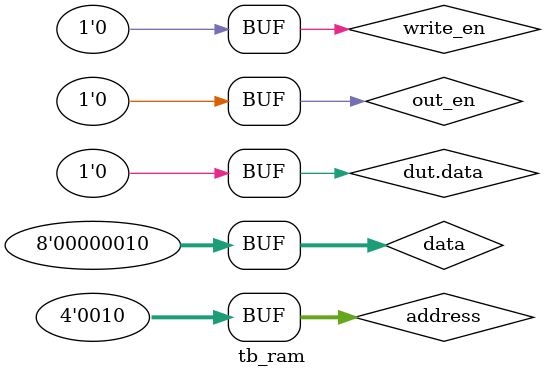
<source format=sv>
`include "mpl_ram.sv"

module tb_ram ();

logic [3:0] address;
logic [7:0] data;
logic out_en;
logic write_en;

ram #(.ADDR_BITS(4), 
      .DATA_BITS(8)) 
      dut(.address(address),
          .out_en(out_en),
          .write_en(write_en));

assign dut.data = data;

initial begin
    out_en <= 0;
    address <= 0;
    data <= 0;
    #1
    write_en <= 1;
    #1
    write_en <= 0;
    
    #10
    address <= 1;
    data <= 1;
    
    #1
    write_en <= 1;
    #1
    write_en <= 0;
    
    #10
    address <= 2;
    data <= 2;
    
    #1
    write_en <= 1;
    #1
    write_en <= 0;
end

endmodule
</source>
